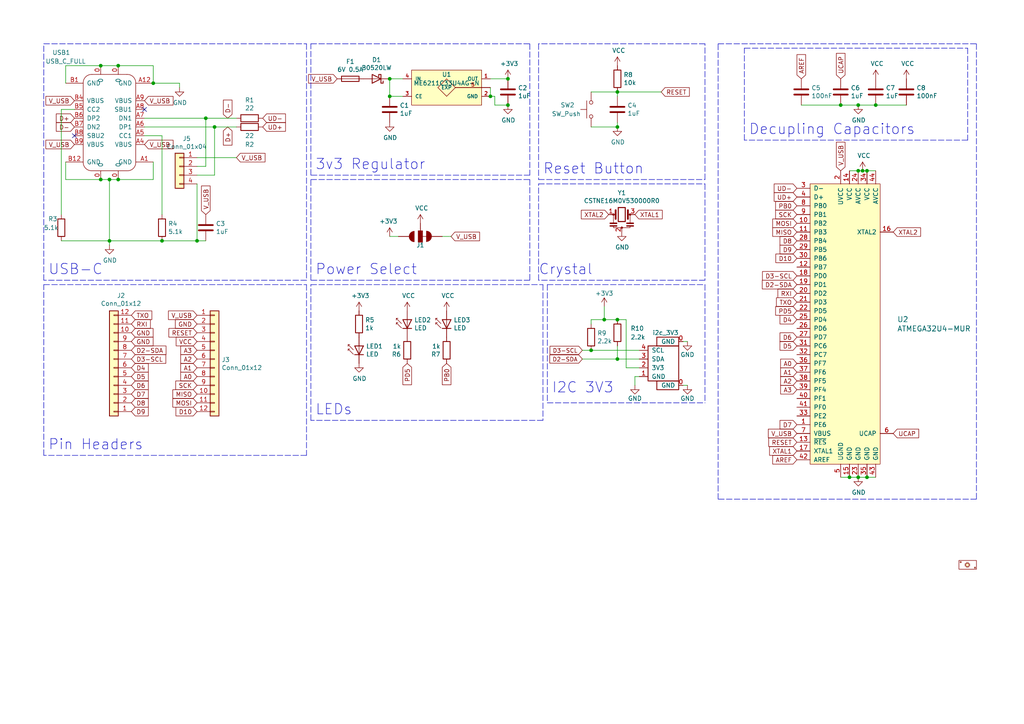
<source format=kicad_sch>
(kicad_sch (version 20211123) (generator eeschema)
  (paper "A4")
  (title_block (title "Jade Pro Micro") (date "2020-10-19") (rev "REV1") (company "GroundStudio.ro") (comment 1 "Schematic: VLAD") (comment 2 "Layout: BRUNO"))
  (lib_symbols
    (symbol "GS_Local:+3V3" (power) (pin_names (offset 0))
      (property "Value" "+3V3" (at 0 3.556 0))
      (symbol "+3V3_1_1"
        (pin power_in line (at 0 0 90) (length 0) hide (name "+3V3") (number "1"))
      )
    )
    (symbol "GS_Local:ATMEGA32U4-MUR" (pin_names (offset 1.016))
      (property "Reference" "U" (at -10.16 35.56 0))
      (property "Value" "ATMEGA32U4-MUR" (at 6.35 -3.81 90))
      (symbol "ATMEGA32U4-MUR_1_1"
        (pin bidirectional line (at -15.24 -35.56 0) (length 3.81) (name "PE6") (number "1"))
        (pin bidirectional line (at -15.24 22.86 0) (length 3.81) (name "PB2") (number "10"))
        (pin bidirectional line (at -15.24 20.32 0) (length 3.81) (name "PB3") (number "11"))
        (pin bidirectional line (at -15.24 10.16 0) (length 3.81) (name "PB7") (number "12"))
        (pin input line (at -15.24 -40.64 0) (length 3.81) (name "~{RES}") (number "13"))
        (pin power_in line (at 0 38.1 270) (length 3.81) (name "VCC") (number "14"))
        (pin power_in line (at 0 -50.8 90) (length 3.81) (name "GND") (number "15"))
        (pin output line (at 12.7 20.32 180) (length 3.81) (name "XTAL2") (number "16"))
        (pin input line (at -15.24 -43.18 0) (length 3.81) (name "XTAL1") (number "17"))
        (pin bidirectional line (at -15.24 7.62 0) (length 3.81) (name "PD0") (number "18"))
        (pin bidirectional line (at -15.24 5.08 0) (length 3.81) (name "PD1") (number "19"))
        (pin power_in line (at -2.54 38.1 270) (length 3.81) (name "UVCC") (number "2"))
        (pin bidirectional line (at -15.24 2.54 0) (length 3.81) (name "PD2") (number "20"))
        (pin bidirectional line (at -15.24 0 0) (length 3.81) (name "PD3") (number "21"))
        (pin bidirectional line (at -15.24 -2.54 0) (length 3.81) (name "PD5") (number "22"))
        (pin power_in line (at 2.54 -50.8 90) (length 3.81) (name "GND") (number "23"))
        (pin power_in line (at 2.54 38.1 270) (length 3.81) (name "AVCC") (number "24"))
        (pin bidirectional line (at -15.24 -5.08 0) (length 3.81) (name "PD4") (number "25"))
        (pin bidirectional line (at -15.24 -7.62 0) (length 3.81) (name "PD6") (number "26"))
        (pin bidirectional line (at -15.24 -10.16 0) (length 3.81) (name "PD7") (number "27"))
        (pin bidirectional line (at -15.24 17.78 0) (length 3.81) (name "PB4") (number "28"))
        (pin bidirectional line (at -15.24 15.24 0) (length 3.81) (name "PB5") (number "29"))
        (pin bidirectional line (at -15.24 33.02 0) (length 3.81) (name "D-") (number "3"))
        (pin bidirectional line (at -15.24 12.7 0) (length 3.81) (name "PB6") (number "30"))
        (pin bidirectional line (at -15.24 -12.7 0) (length 3.81) (name "PC6") (number "31"))
        (pin bidirectional line (at -15.24 -15.24 0) (length 3.81) (name "PC7") (number "32"))
        (pin bidirectional line (at -15.24 -33.02 0) (length 3.81) (name "PE2") (number "33"))
        (pin power_in line (at 5.08 38.1 270) (length 3.81) (name "VCC") (number "34"))
        (pin power_in line (at 5.08 -50.8 90) (length 3.81) (name "GND") (number "35"))
        (pin bidirectional line (at -15.24 -17.78 0) (length 3.81) (name "PF7") (number "36"))
        (pin bidirectional line (at -15.24 -20.32 0) (length 3.81) (name "PF6") (number "37"))
        (pin bidirectional line (at -15.24 -22.86 0) (length 3.81) (name "PF5") (number "38"))
        (pin bidirectional line (at -15.24 -25.4 0) (length 3.81) (name "PF4") (number "39"))
        (pin bidirectional line (at -15.24 30.48 0) (length 3.81) (name "D+") (number "4"))
        (pin bidirectional line (at -15.24 -27.94 0) (length 3.81) (name "PF1") (number "40"))
        (pin bidirectional line (at -15.24 -30.48 0) (length 3.81) (name "PF0") (number "41"))
        (pin input line (at -15.24 -45.72 0) (length 3.81) (name "AREF") (number "42"))
        (pin power_in line (at 7.62 -50.8 90) (length 3.81) (name "GND") (number "43"))
        (pin power_in line (at 7.62 38.1 270) (length 3.81) (name "AVCC") (number "44"))
        (pin power_in line (at -2.54 -50.8 90) (length 3.81) (name "UGND") (number "5"))
        (pin unspecified line (at 12.7 -38.1 180) (length 3.81) (name "UCAP") (number "6"))
        (pin input line (at -15.24 -38.1 0) (length 3.81) (name "VBUS") (number "7"))
        (pin bidirectional line (at -15.24 27.94 0) (length 3.81) (name "PB0") (number "8"))
        (pin bidirectional line (at -15.24 25.4 0) (length 3.81) (name "PB1") (number "9"))
      )
    )
    (symbol "GS_Local:C" (pin_numbers hide) (pin_names (offset 0.254))
      (property "Reference" "C" (at 0.635 2.54 0))
      (property "Value" "C" (at 0.635 -2.54 0))
      (symbol "C_1_1"
        (pin passive line (at 0 3.81 270) (length 2.794) (name "~") (number "1"))
        (pin passive line (at 0 -3.81 90) (length 2.794) (name "~") (number "2"))
      )
    )
    (symbol "GS_Local:CSTNE16M0V530000R0" (pin_names (offset 1.016) hide)
      (property "Reference" "Y" (at 0 5.715 0))
      (property "Value" "CSTNE16M0V530000R0" (at 0 3.81 0))
      (symbol "CSTNE16M0V530000R0_1_1"
        (pin passive line (at -3.81 0 0) (length 1.27) (name "1") (number "1"))
        (pin passive line (at 0 -5.08 90) (length 1.27) (name "2") (number "2"))
        (pin passive line (at 3.81 0 180) (length 1.27) (name "3") (number "3"))
      )
    )
    (symbol "GS_Local:Conn_01x04" (pin_names (offset 1.016) hide)
      (property "Reference" "J" (at 0 5.08 0))
      (property "Value" "Conn_01x04" (at 0 -7.62 0))
      (symbol "Conn_01x04_1_1"
        (pin passive line (at -5.08 2.54 0) (length 3.81) (name "Pin_1") (number "1"))
        (pin passive line (at -5.08 0 0) (length 3.81) (name "Pin_2") (number "2"))
        (pin passive line (at -5.08 -2.54 0) (length 3.81) (name "Pin_3") (number "3"))
        (pin passive line (at -5.08 -5.08 0) (length 3.81) (name "Pin_4") (number "4"))
      )
    )
    (symbol "GS_Local:Conn_01x12" (pin_names (offset 1.016) hide)
      (property "Reference" "J" (at 0 15.24 0))
      (property "Value" "Conn_01x12" (at 0 -17.78 0))
      (symbol "Conn_01x12_1_1"
        (pin passive line (at -5.08 12.7 0) (length 3.81) (name "Pin_1") (number "1"))
        (pin passive line (at -5.08 -10.16 0) (length 3.81) (name "Pin_10") (number "10"))
        (pin passive line (at -5.08 -12.7 0) (length 3.81) (name "Pin_11") (number "11"))
        (pin passive line (at -5.08 -15.24 0) (length 3.81) (name "Pin_12") (number "12"))
        (pin passive line (at -5.08 10.16 0) (length 3.81) (name "Pin_2") (number "2"))
        (pin passive line (at -5.08 7.62 0) (length 3.81) (name "Pin_3") (number "3"))
        (pin passive line (at -5.08 5.08 0) (length 3.81) (name "Pin_4") (number "4"))
        (pin passive line (at -5.08 2.54 0) (length 3.81) (name "Pin_5") (number "5"))
        (pin passive line (at -5.08 0 0) (length 3.81) (name "Pin_6") (number "6"))
        (pin passive line (at -5.08 -2.54 0) (length 3.81) (name "Pin_7") (number "7"))
        (pin passive line (at -5.08 -5.08 0) (length 3.81) (name "Pin_8") (number "8"))
        (pin passive line (at -5.08 -7.62 0) (length 3.81) (name "Pin_9") (number "9"))
      )
    )
    (symbol "GS_Local:DY-IR333C-A" (pin_numbers hide) (pin_names (offset 1.016) hide)
      (property "Reference" "D" (at 0.508 1.778 0))
      (property "Value" "DY-IR333C-A" (at -1.016 -2.794 0))
      (symbol "DY-IR333C-A_1_1"
        (pin passive line (at -5.08 0 0) (length 2.54) (name "K") (number "1"))
        (pin passive line (at 2.54 0 180) (length 2.54) (name "A") (number "2"))
      )
    )
    (symbol "GS_Local:D_Schottky" (pin_numbers hide) (pin_names (offset 1.016) hide)
      (property "Reference" "D" (at 0 2.54 0))
      (property "Value" "D_Schottky" (at 0 -2.54 0))
      (symbol "D_Schottky_1_1"
        (pin passive line (at -3.81 0 0) (length 2.54) (name "K") (number "1"))
        (pin passive line (at 3.81 0 180) (length 2.54) (name "A") (number "2"))
      )
    )
    (symbol "GS_Local:Fuse" (pin_numbers hide) (pin_names (offset 0))
      (property "Reference" "F" (at 2.032 0 90))
      (property "Value" "Fuse" (at -1.905 0 90))
      (symbol "Fuse_1_1"
        (pin passive line (at 0 3.81 270) (length 1.27) (name "~") (number "1"))
        (pin passive line (at 0 -3.81 90) (length 1.27) (name "~") (number "2"))
      )
    )
    (symbol "GS_Local:GND" (power) (pin_names (offset 0))
      (property "Value" "GND" (at 0 -3.81 0))
      (symbol "GND_1_1"
        (pin power_in line (at 0 0 270) (length 0) hide (name "GND") (number "1"))
      )
    )
    (symbol "GS_Local:ME6211C33U4AG-N" (pin_names (offset 1.016))
      (property "Reference" "REG" (at -8.89 8.89 0))
      (property "Value" "ME6211C33U4AG-N" (at -8.89 -5.08 0))
      (symbol "ME6211C33U4AG-N_0_0"
        (pin power_out line (at 12.7 5.08 180) (length 2.54) (name "OUT") (number "1"))
        (pin power_in line (at 12.7 0 180) (length 2.54) (name "GND") (number "2"))
        (pin power_in line (at -12.7 0 0) (length 2.54) (name "CE") (number "3"))
        (pin power_in line (at -12.7 5.08 0) (length 2.54) (name "IN") (number "4"))
        (pin power_out line (at 12.7 2.54 180) (length 10.16) (name "EXP") (number "5"))
      )
    )
    (symbol "GS_Local:PCB" (pin_names (offset 1.016)))
    (symbol "GS_Local:R" (pin_numbers hide) (pin_names (offset 0))
      (property "Reference" "R" (at 2.032 0 90))
      (property "Value" "R" (at 0 0 90))
      (symbol "R_1_1"
        (pin passive line (at 0 3.81 270) (length 1.27) (name "~") (number "1"))
        (pin passive line (at 0 -3.81 90) (length 1.27) (name "~") (number "2"))
      )
    )
    (symbol "GS_Local:SW_Push" (pin_numbers hide) (pin_names (offset 1.016) hide)
      (property "Reference" "SW" (at 1.27 2.54 0))
      (property "Value" "SW_Push" (at 0 -1.524 0))
      (symbol "SW_Push_0_1"
        (pin passive line (at -5.08 0 0) (length 2.54) (name "1") (number "1"))
        (pin passive line (at 5.08 0 180) (length 2.54) (name "2") (number "2"))
      )
    )
    (symbol "GS_Local:SolderJumper_DUAL_NC_1-3" (pin_numbers hide) (pin_names (offset 0) hide)
      (property "Reference" "J" (at 0 10.16 0))
      (property "Value" "SolderJumper_DUAL_NC_1-3" (at 2.54 0 90))
      (symbol "SolderJumper_DUAL_NC_1-3_1_1"
        (pin passive line (at 0 6.35 270) (length 2.9972) (name "1") (number "1"))
        (pin passive line (at 0 -6.35 90) (length 2.9972) (name "2") (number "2"))
        (pin passive line (at -3.81 0 0) (length 2.54) (name "3") (number "3"))
      )
    )
    (symbol "GS_Local:USB_C_FULL" (pin_names (offset 1.016))
      (property "Reference" "USB" (at 5.5118 -16.7386 0))
      (symbol "USB_C_FULL_1_1"
        (pin passive line (at -2.54 -17.78 90) (length 2.54) (name "0") (number "0"))
        (pin passive line (at -2.54 15.24 270) (length 2.54) (name "0") (number "0"))
        (pin passive line (at 2.54 -17.78 90) (length 2.54) (name "0") (number "0"))
        (pin passive line (at 2.54 15.24 270) (length 2.54) (name "0") (number "0"))
        (pin power_in line (at 12.7 -12.7 180) (length 5.08) (name "GND") (number "A1"))
        (pin power_in line (at 12.7 10.16 180) (length 5.08) (name "GND") (number "A12"))
        (pin power_in line (at 10.16 -7.62 180) (length 2.54) (name "VBUS") (number "A4"))
        (pin bidirectional line (at 10.16 -5.08 180) (length 2.54) (name "CC1") (number "A5"))
        (pin bidirectional line (at 10.16 -2.54 180) (length 2.54) (name "DP1") (number "A6"))
        (pin bidirectional line (at 10.16 0 180) (length 2.54) (name "DN1") (number "A7"))
        (pin bidirectional line (at 10.16 2.54 180) (length 2.54) (name "SBU1") (number "A8"))
        (pin power_in line (at 10.16 5.08 180) (length 2.54) (name "VBUS") (number "A9"))
        (pin power_in line (at -12.7 10.16 0) (length 5.08) (name "GND") (number "B1"))
        (pin power_in line (at -12.7 -12.7 0) (length 5.08) (name "GND") (number "B12"))
        (pin power_in line (at -10.16 5.08 0) (length 2.54) (name "VBUS") (number "B4"))
        (pin bidirectional line (at -10.16 2.54 0) (length 2.54) (name "CC2") (number "B5"))
        (pin bidirectional line (at -10.16 0 0) (length 2.54) (name "DP2") (number "B6"))
        (pin bidirectional line (at -10.16 -2.54 0) (length 2.54) (name "DN2") (number "B7"))
        (pin bidirectional line (at -10.16 -5.08 0) (length 2.54) (name "SBU2") (number "B8"))
        (pin power_in line (at -10.16 -7.62 0) (length 2.54) (name "VBUS") (number "B9"))
      )
    )
    (symbol "GS_Local:VCC" (power) (pin_names (offset 0))
      (property "Value" "VCC" (at 0 3.81 0))
      (symbol "VCC_1_1"
        (pin power_in line (at 0 0 90) (length 0) hide (name "VCC") (number "1"))
      )
    )
    (symbol "GS_Local:i2c_3V3" (pin_names (offset 1.016))
      (property "Value" "i2c_3V3" (at -6.35 7.62 0))
      (symbol "i2c_3V3_1_1"
        (pin input line (at 6.35 -6.35 180) (length 1.27) (name "GND") (number "0"))
        (pin input line (at 6.35 6.35 180) (length 1.27) (name "GND") (number "0"))
        (pin power_in line (at -6.35 -3.81 0) (length 2.54) (name "GND") (number "1"))
        (pin power_in line (at -6.35 -1.27 0) (length 2.54) (name "3V3") (number "2"))
        (pin bidirectional line (at -6.35 1.27 0) (length 2.54) (name "SDA") (number "3"))
        (pin bidirectional line (at -6.35 3.81 0) (length 2.54) (name "SCL") (number "4"))
      )
    )
  )
  (junction (at 113.03 27.94))
  (junction (at 147.32 22.86))
  (junction (at 34.29 52.07))
  (junction (at 29.21 52.07))
  (junction (at 113.03 22.86))
  (junction (at 34.29 19.05))
  (junction (at 31.75 69.85))
  (junction (at 250.19 49.53))
  (junction (at 248.92 30.48))
  (junction (at 246.38 138.43))
  (junction (at 179.07 36.83))
  (junction (at 31.75 52.07))
  (junction (at 29.21 19.05))
  (junction (at 254 30.48))
  (junction (at 179.07 92.71))
  (junction (at 44.45 24.13))
  (junction (at 248.92 49.53))
  (junction (at 171.45 101.6))
  (junction (at 175.26 92.71))
  (junction (at 62.23 36.83))
  (junction (at 179.07 26.67))
  (junction (at 248.92 138.43))
  (junction (at 243.84 30.48))
  (junction (at 59.69 34.29))
  (junction (at 251.46 49.53))
  (junction (at 251.46 138.43))
  (junction (at 147.32 30.48))
  (junction (at 46.99 69.85))
  (junction (at 142.24 27.94))
  (junction (at 179.07 104.14))
  (junction (at 57.15 69.85))
  (no_connect (at 21.59 39.37))
  (no_connect (at 41.91 31.75))
  (wire (pts (xy 171.45 92.71) (xy 175.26 92.71)))
  (wire (pts (xy 232.41 30.48) (xy 243.84 30.48)))
  (wire (pts (xy 251.46 49.53) (xy 254 49.53)))
  (wire (pts (xy 46.99 69.85) (xy 57.15 69.85)))
  (wire (pts (xy 29.21 52.07) (xy 31.75 52.07)))
  (wire (pts (xy 248.92 138.43) (xy 251.46 138.43)))
  (polyline (pts (xy 156.21 12.7) (xy 156.21 52.07)))
  (polyline (pts (xy 156.21 81.28) (xy 156.21 53.34)))
  (polyline (pts (xy 158.75 82.55) (xy 204.47 82.55)))
  (wire (pts (xy 250.19 49.53) (xy 251.46 49.53)))
  (wire (pts (xy 142.24 27.94) (xy 143.51 27.94)))
  (wire (pts (xy 62.23 36.83) (xy 68.58 36.83)))
  (polyline (pts (xy 12.7 12.7) (xy 88.9 12.7)))
  (wire (pts (xy 31.75 69.85) (xy 31.75 71.12)))
  (wire (pts (xy 143.51 30.48) (xy 147.32 30.48)))
  (wire (pts (xy 248.92 49.53) (xy 250.19 49.53)))
  (wire (pts (xy 44.45 19.05) (xy 44.45 24.13)))
  (wire (pts (xy 31.75 52.07) (xy 31.75 69.85)))
  (wire (pts (xy 57.15 50.8) (xy 62.23 50.8)))
  (wire (pts (xy 199.39 99.06) (xy 198.12 99.06)))
  (polyline (pts (xy 90.17 50.8) (xy 90.17 12.7)))
  (polyline (pts (xy 90.17 81.28) (xy 90.17 52.07)))
  (wire (pts (xy 57.15 48.26) (xy 59.69 48.26)))
  (wire (pts (xy 31.75 52.07) (xy 34.29 52.07)))
  (polyline (pts (xy 208.28 144.78) (xy 208.28 12.7)))
  (wire (pts (xy 44.45 46.99) (xy 44.45 52.07)))
  (wire (pts (xy 57.15 53.34) (xy 57.15 69.85)))
  (polyline (pts (xy 208.28 12.7) (xy 283.21 12.7)))
  (wire (pts (xy 46.99 39.37) (xy 46.99 62.23)))
  (polyline (pts (xy 204.47 52.07) (xy 204.47 12.7)))
  (wire (pts (xy 142.24 22.86) (xy 147.32 22.86)))
  (polyline (pts (xy 90.17 82.55) (xy 157.48 82.55)))
  (polyline (pts (xy 204.47 12.7) (xy 156.21 12.7)))
  (polyline (pts (xy 90.17 121.92) (xy 90.17 82.55)))
  (wire (pts (xy 34.29 19.05) (xy 44.45 19.05)))
  (wire (pts (xy 184.15 111.76) (xy 184.15 109.22)))
  (wire (pts (xy 171.45 36.83) (xy 179.07 36.83)))
  (polyline (pts (xy 153.67 12.7) (xy 153.67 50.8)))
  (wire (pts (xy 171.45 93.98) (xy 171.45 92.71)))
  (wire (pts (xy 116.84 27.94) (xy 113.03 27.94)))
  (wire (pts (xy 113.03 68.58) (xy 115.57 68.58)))
  (wire (pts (xy 254 30.48) (xy 262.89 30.48)))
  (polyline (pts (xy 280.67 13.97) (xy 280.67 40.64)))
  (wire (pts (xy 113.03 22.86) (xy 116.84 22.86)))
  (wire (pts (xy 128.27 68.58) (xy 130.81 68.58)))
  (polyline (pts (xy 12.7 82.55) (xy 88.9 82.55)))
  (wire (pts (xy 59.69 34.29) (xy 68.58 34.29)))
  (polyline (pts (xy 156.21 52.07) (xy 204.47 52.07)))
  (polyline (pts (xy 204.47 81.28) (xy 156.21 81.28)))
  (wire (pts (xy 181.61 106.68) (xy 181.61 92.71)))
  (polyline (pts (xy 157.48 121.92) (xy 90.17 121.92)))
  (wire (pts (xy 62.23 50.8) (xy 62.23 36.83)))
  (wire (pts (xy 185.42 106.68) (xy 181.61 106.68)))
  (polyline (pts (xy 158.75 116.84) (xy 204.47 116.84)))
  (wire (pts (xy 19.05 46.99) (xy 19.05 52.07)))
  (wire (pts (xy 19.05 52.07) (xy 29.21 52.07)))
  (wire (pts (xy 41.91 34.29) (xy 59.69 34.29)))
  (polyline (pts (xy 156.21 53.34) (xy 204.47 53.34)))
  (wire (pts (xy 41.91 36.83) (xy 62.23 36.83)))
  (wire (pts (xy 248.92 30.48) (xy 254 30.48)))
  (polyline (pts (xy 280.67 40.64) (xy 215.9 40.64)))
  (wire (pts (xy 168.91 101.6) (xy 171.45 101.6)))
  (wire (pts (xy 44.45 24.13) (xy 52.07 24.13)))
  (polyline (pts (xy 90.17 52.07) (xy 153.67 52.07)))
  (wire (pts (xy 171.45 101.6) (xy 185.42 101.6)))
  (wire (pts (xy 17.78 69.85) (xy 31.75 69.85)))
  (polyline (pts (xy 158.75 82.55) (xy 158.75 116.84)))
  (polyline (pts (xy 12.7 81.28) (xy 12.7 12.7)))
  (wire (pts (xy 168.91 104.14) (xy 179.07 104.14)))
  (wire (pts (xy 184.15 109.22) (xy 185.42 109.22)))
  (wire (pts (xy 19.05 19.05) (xy 29.21 19.05)))
  (wire (pts (xy 171.45 26.67) (xy 179.07 26.67)))
  (wire (pts (xy 179.07 26.67) (xy 191.77 26.67)))
  (polyline (pts (xy 157.48 82.55) (xy 157.48 121.92)))
  (polyline (pts (xy 283.21 144.78) (xy 208.28 144.78)))
  (wire (pts (xy 251.46 138.43) (xy 254 138.43)))
  (wire (pts (xy 175.26 88.9) (xy 175.26 92.71)))
  (polyline (pts (xy 12.7 132.08) (xy 12.7 82.55)))
  (wire (pts (xy 243.84 138.43) (xy 246.38 138.43)))
  (polyline (pts (xy 90.17 12.7) (xy 153.67 12.7)))
  (wire (pts (xy 21.59 31.75) (xy 17.78 31.75)))
  (wire (pts (xy 179.07 104.14) (xy 185.42 104.14)))
  (polyline (pts (xy 88.9 132.08) (xy 12.7 132.08)))
  (wire (pts (xy 34.29 52.07) (xy 44.45 52.07)))
  (wire (pts (xy 57.15 69.85) (xy 59.69 69.85)))
  (wire (pts (xy 243.84 30.48) (xy 248.92 30.48)))
  (polyline (pts (xy 153.67 50.8) (xy 90.17 50.8)))
  (wire (pts (xy 57.15 45.72) (xy 68.58 45.72)))
  (wire (pts (xy 179.07 92.71) (xy 175.26 92.71)))
  (polyline (pts (xy 153.67 81.28) (xy 90.17 81.28)))
  (wire (pts (xy 142.24 25.4) (xy 142.24 27.94)))
  (wire (pts (xy 179.07 27.94) (xy 179.07 26.67)))
  (polyline (pts (xy 215.9 40.64) (xy 215.9 13.97)))
  (polyline (pts (xy 88.9 81.28) (xy 12.7 81.28)))
  (polyline (pts (xy 204.47 53.34) (xy 204.47 81.28)))
  (wire (pts (xy 59.69 48.26) (xy 59.69 34.29)))
  (polyline (pts (xy 283.21 12.7) (xy 283.21 144.78)))
  (wire (pts (xy 52.07 24.13) (xy 52.07 25.4)))
  (wire (pts (xy 246.38 138.43) (xy 248.92 138.43)))
  (wire (pts (xy 199.39 111.76) (xy 198.12 111.76)))
  (wire (pts (xy 113.03 22.86) (xy 113.03 27.94)))
  (polyline (pts (xy 88.9 12.7) (xy 88.9 81.28)))
  (polyline (pts (xy 204.47 82.55) (xy 204.47 116.84)))
  (wire (pts (xy 17.78 31.75) (xy 17.78 62.23)))
  (polyline (pts (xy 215.9 13.97) (xy 280.67 13.97)))
  (wire (pts (xy 143.51 27.94) (xy 143.51 30.48)))
  (polyline (pts (xy 88.9 82.55) (xy 88.9 132.08)))
  (wire (pts (xy 29.21 19.05) (xy 34.29 19.05)))
  (wire (pts (xy 246.38 49.53) (xy 248.92 49.53)))
  (wire (pts (xy 41.91 39.37) (xy 46.99 39.37)))
  (wire (pts (xy 181.61 92.71) (xy 179.07 92.71)))
  (wire (pts (xy 179.07 35.56) (xy 179.07 36.83)))
  (wire (pts (xy 179.07 100.33) (xy 179.07 104.14)))
  (polyline (pts (xy 153.67 52.07) (xy 153.67 81.28)))
  (wire (pts (xy 19.05 24.13) (xy 19.05 19.05)))
  (wire (pts (xy 31.75 69.85) (xy 46.99 69.85)))
  (text "Crystal" (at 156.21 80.01 0) (effects (font (size 2.9972 2.9972)) (justify left bottom)))
  (text "3v3 Regulator" (at 91.44 49.53 0) (effects (font (size 2.9972 2.9972)) (justify left bottom)))
  (text "Decupling Capacitors" (at 217.17 39.37 0) (effects (font (size 2.9972 2.9972)) (justify left bottom)))
  (text "Reset Button" (at 157.48 50.8 0) (effects (font (size 2.9972 2.9972)) (justify left bottom)))
  (text "I2C 3V3" (at 160.02 114.3 0) (effects (font (size 2.9972 2.9972)) (justify left bottom)))
  (text "Power Select" (at 91.44 80.01 0) (effects (font (size 2.9972 2.9972)) (justify left bottom)))
  (text "USB-C" (at 13.97 80.01 0) (effects (font (size 2.9972 2.9972)) (justify left bottom)))
  (text "Pin Headers" (at 13.97 130.81 0) (effects (font (size 2.9972 2.9972)) (justify left bottom)))
  (text "LEDs" (at 91.44 120.65 0) (effects (font (size 2.9972 2.9972)) (justify left bottom)))
  (global_label "PD5" (shape input) (at 231.14 90.17 180) (property "Intersheet References" "${INTERSHEET_REFS}" (effects hide)))
  (global_label "D2-SDA" (shape input) (at 38.1 101.6 0) (property "Intersheet References" "${INTERSHEET_REFS}" (effects hide)))
  (global_label "A1" (shape input) (at 231.14 107.95 180) (property "Intersheet References" "${INTERSHEET_REFS}" (effects hide)))
  (global_label "PB0" (shape input) (at 231.14 59.69 180) (property "Intersheet References" "${INTERSHEET_REFS}" (effects hide)))
  (global_label "A2" (shape input) (at 57.15 104.14 180) (property "Intersheet References" "${INTERSHEET_REFS}" (effects hide)))
  (global_label "D3-SCL" (shape input) (at 168.91 101.6 180) (effects (font (size 1.1938 1.1938))) (property "Intersheet References" "${INTERSHEET_REFS}" (effects hide)))
  (global_label "MISO" (shape input) (at 231.14 67.31 180) (property "Intersheet References" "${INTERSHEET_REFS}" (effects hide)))
  (global_label "A0" (shape input) (at 57.15 109.22 180) (property "Intersheet References" "${INTERSHEET_REFS}" (effects hide)))
  (global_label "XTAL2" (shape input) (at 176.53 62.23 180) (property "Intersheet References" "${INTERSHEET_REFS}" (effects hide)))
  (global_label "D5" (shape input) (at 231.14 100.33 180) (property "Intersheet References" "${INTERSHEET_REFS}" (effects hide)))
  (global_label "RESET" (shape input) (at 231.14 128.27 180) (property "Intersheet References" "${INTERSHEET_REFS}" (effects hide)))
  (global_label "TXO" (shape input) (at 38.1 91.44 0) (property "Intersheet References" "${INTERSHEET_REFS}" (effects hide)))
  (global_label "D+" (shape input) (at 66.04 36.83 270) (property "Intersheet References" "${INTERSHEET_REFS}" (effects hide)))
  (global_label "D-" (shape input) (at 21.59 36.83 180) (property "Intersheet References" "${INTERSHEET_REFS}" (effects hide)))
  (global_label "AREF" (shape input) (at 231.14 133.35 180) (property "Intersheet References" "${INTERSHEET_REFS}" (effects hide)))
  (global_label "D2-SDA" (shape input) (at 231.14 82.55 180) (property "Intersheet References" "${INTERSHEET_REFS}" (effects hide)))
  (global_label "D10" (shape input) (at 231.14 74.93 180) (property "Intersheet References" "${INTERSHEET_REFS}" (effects hide)))
  (global_label "V_USB" (shape input) (at 41.91 29.21 0) (property "Intersheet References" "${INTERSHEET_REFS}" (effects hide)))
  (global_label "UCAP" (shape input) (at 243.84 22.86 90) (property "Intersheet References" "${INTERSHEET_REFS}" (effects hide)))
  (global_label "RXI" (shape input) (at 231.14 85.09 180) (property "Intersheet References" "${INTERSHEET_REFS}" (effects hide)))
  (global_label "D6" (shape input) (at 38.1 111.76 0) (property "Intersheet References" "${INTERSHEET_REFS}" (effects hide)))
  (global_label "D+" (shape input) (at 21.59 34.29 180) (property "Intersheet References" "${INTERSHEET_REFS}" (effects hide)))
  (global_label "V_USB" (shape input) (at 97.79 22.86 180) (property "Intersheet References" "${INTERSHEET_REFS}" (effects hide)))
  (global_label "MOSI" (shape input) (at 57.15 116.84 180) (property "Intersheet References" "${INTERSHEET_REFS}" (effects hide)))
  (global_label "A3" (shape input) (at 57.15 101.6 180) (property "Intersheet References" "${INTERSHEET_REFS}" (effects hide)))
  (global_label "D6" (shape input) (at 231.14 97.79 180) (property "Intersheet References" "${INTERSHEET_REFS}" (effects hide)))
  (global_label "AREF" (shape input) (at 232.41 22.86 90) (property "Intersheet References" "${INTERSHEET_REFS}" (effects hide)))
  (global_label "UCAP" (shape input) (at 259.08 125.73 0) (property "Intersheet References" "${INTERSHEET_REFS}" (effects hide)))
  (global_label "V_USB" (shape input) (at 57.15 91.44 180) (property "Intersheet References" "${INTERSHEET_REFS}" (effects hide)))
  (global_label "D7" (shape input) (at 38.1 114.3 0) (property "Intersheet References" "${INTERSHEET_REFS}" (effects hide)))
  (global_label "D3-SCL" (shape input) (at 38.1 104.14 0) (property "Intersheet References" "${INTERSHEET_REFS}" (effects hide)))
  (global_label "RXI" (shape input) (at 38.1 93.98 0) (property "Intersheet References" "${INTERSHEET_REFS}" (effects hide)))
  (global_label "V_USB" (shape input) (at 21.59 29.21 180) (property "Intersheet References" "${INTERSHEET_REFS}" (effects hide)))
  (global_label "A0" (shape input) (at 231.14 105.41 180) (property "Intersheet References" "${INTERSHEET_REFS}" (effects hide)))
  (global_label "GND" (shape input) (at 38.1 96.52 0) (property "Intersheet References" "${INTERSHEET_REFS}" (effects hide)))
  (global_label "XTAL1" (shape input) (at 231.14 130.81 180) (property "Intersheet References" "${INTERSHEET_REFS}" (effects hide)))
  (global_label "D9" (shape input) (at 38.1 119.38 0) (property "Intersheet References" "${INTERSHEET_REFS}" (effects hide)))
  (global_label "V_USB" (shape input) (at 41.91 41.91 0) (property "Intersheet References" "${INTERSHEET_REFS}" (effects hide)))
  (global_label "A3" (shape input) (at 231.14 113.03 180) (property "Intersheet References" "${INTERSHEET_REFS}" (effects hide)))
  (global_label "D7" (shape input) (at 231.14 123.19 180) (property "Intersheet References" "${INTERSHEET_REFS}" (effects hide)))
  (global_label "D8" (shape input) (at 38.1 116.84 0) (property "Intersheet References" "${INTERSHEET_REFS}" (effects hide)))
  (global_label "D4" (shape input) (at 231.14 92.71 180) (property "Intersheet References" "${INTERSHEET_REFS}" (effects hide)))
  (global_label "GND" (shape input) (at 57.15 93.98 180) (property "Intersheet References" "${INTERSHEET_REFS}" (effects hide)))
  (global_label "V_USB" (shape input) (at 21.59 41.91 180) (property "Intersheet References" "${INTERSHEET_REFS}" (effects hide)))
  (global_label "TXO" (shape input) (at 231.14 87.63 180) (property "Intersheet References" "${INTERSHEET_REFS}" (effects hide)))
  (global_label "D-" (shape input) (at 66.04 34.29 90) (property "Intersheet References" "${INTERSHEET_REFS}" (effects hide)))
  (global_label "D4" (shape input) (at 38.1 106.68 0) (property "Intersheet References" "${INTERSHEET_REFS}" (effects hide)))
  (global_label "A1" (shape input) (at 57.15 106.68 180) (property "Intersheet References" "${INTERSHEET_REFS}" (effects hide)))
  (global_label "D8" (shape input) (at 231.14 69.85 180) (property "Intersheet References" "${INTERSHEET_REFS}" (effects hide)))
  (global_label "D3-SCL" (shape input) (at 231.14 80.01 180) (property "Intersheet References" "${INTERSHEET_REFS}" (effects hide)))
  (global_label "GND" (shape input) (at 38.1 99.06 0) (property "Intersheet References" "${INTERSHEET_REFS}" (effects hide)))
  (global_label "RESET" (shape input) (at 57.15 96.52 180) (property "Intersheet References" "${INTERSHEET_REFS}" (effects hide)))
  (global_label "A2" (shape input) (at 231.14 110.49 180) (property "Intersheet References" "${INTERSHEET_REFS}" (effects hide)))
  (global_label "XTAL1" (shape input) (at 184.15 62.23 0) (property "Intersheet References" "${INTERSHEET_REFS}" (effects hide)))
  (global_label "VCC" (shape input) (at 57.15 99.06 180) (property "Intersheet References" "${INTERSHEET_REFS}" (effects hide)))
  (global_label "PD5" (shape input) (at 118.11 105.41 270) (property "Intersheet References" "${INTERSHEET_REFS}" (effects hide)))
  (global_label "SCK" (shape input) (at 231.14 62.23 180) (property "Intersheet References" "${INTERSHEET_REFS}" (effects hide)))
  (global_label "RESET" (shape input) (at 191.77 26.67 0) (property "Intersheet References" "${INTERSHEET_REFS}" (effects hide)))
  (global_label "MISO" (shape input) (at 57.15 114.3 180) (property "Intersheet References" "${INTERSHEET_REFS}" (effects hide)))
  (global_label "V_USB" (shape input) (at 130.81 68.58 0) (property "Intersheet References" "${INTERSHEET_REFS}" (effects hide)))
  (global_label "V_USB" (shape input) (at 68.58 45.72 0) (property "Intersheet References" "${INTERSHEET_REFS}" (effects hide)))
  (global_label "UD+" (shape input) (at 231.14 57.15 180) (property "Intersheet References" "${INTERSHEET_REFS}" (effects hide)))
  (global_label "D2-SDA" (shape input) (at 168.91 104.14 180) (effects (font (size 1.1938 1.1938))) (property "Intersheet References" "${INTERSHEET_REFS}" (effects hide)))
  (global_label "XTAL2" (shape input) (at 259.08 67.31 0) (property "Intersheet References" "${INTERSHEET_REFS}" (effects hide)))
  (global_label "D5" (shape input) (at 38.1 109.22 0) (property "Intersheet References" "${INTERSHEET_REFS}" (effects hide)))
  (global_label "UD-" (shape input) (at 76.2 34.29 0) (property "Intersheet References" "${INTERSHEET_REFS}" (effects hide)))
  (global_label "PB0" (shape input) (at 129.54 105.41 270) (property "Intersheet References" "${INTERSHEET_REFS}" (effects hide)))
  (global_label "V_USB" (shape input) (at 231.14 125.73 180) (property "Intersheet References" "${INTERSHEET_REFS}" (effects hide)))
  (global_label "UD-" (shape input) (at 231.14 54.61 180) (property "Intersheet References" "${INTERSHEET_REFS}" (effects hide)))
  (global_label "UD+" (shape input) (at 76.2 36.83 0) (property "Intersheet References" "${INTERSHEET_REFS}" (effects hide)))
  (global_label "SCK" (shape input) (at 57.15 111.76 180) (property "Intersheet References" "${INTERSHEET_REFS}" (effects hide)))
  (global_label "D9" (shape input) (at 231.14 72.39 180) (property "Intersheet References" "${INTERSHEET_REFS}" (effects hide)))
  (global_label "V_USB" (shape input) (at 243.84 49.53 90) (property "Intersheet References" "${INTERSHEET_REFS}" (effects hide)))
  (global_label "V_USB" (shape input) (at 59.69 62.23 90) (property "Intersheet References" "${INTERSHEET_REFS}" (effects hide)))
  (global_label "D10" (shape input) (at 57.15 119.38 180) (property "Intersheet References" "${INTERSHEET_REFS}" (effects hide)))
  (global_label "MOSI" (shape input) (at 231.14 64.77 180) (property "Intersheet References" "${INTERSHEET_REFS}" (effects hide)))
  (symbol (lib_id "GS_Local:ATMEGA32U4-MUR") (at 246.38 87.63 0) (unit 1)
    (property "Reference" "U2" (at 260.1976 92.6338 0) (effects (font (size 1.524 1.524)) (justify left)))
    (property "Value" "ATMEGA32U4-MUR" (at 260.1976 95.3262 0) (effects (font (size 1.524 1.524)) (justify left)))
    (property "Footprint" "GS_Local:QFN-44-1EP_7x7mm_P0.5mm_EP5.15x5.15mm" (effects hide))
    (property "Datasheet" "http://ww1.microchip.com/downloads/en/DeviceDoc/Atmel-7766-8-bit-AVR-ATmega16U4-32U4_Summary.pdf" (effects hide))
    (property "MPN" "ATMEGA32U4-MUR" (effects hide))
    (property "LCSC" "C45874" (effects hide))
  )
  (symbol (lib_id "GS_Local:ME6211C33U4AG-N") (at 129.54 27.94 0) (unit 1)
    (property "Reference" "U1" (at 129.54 21.59 0))
    (property "Value" "ME6211C33U4AG-N" (at 129.54 24.13 0))
    (property "Footprint" "GS_Local:REG_NCP167BMX330TBG" (effects hide))
    (property "Datasheet" "https://datasheet.lcsc.com/szlcsc/2005081834_MICRONE-Nanjing-Micro-One-Elec-ME6211C33U4AG-N_C428904.pdf" (effects hide))
    (property "MPN" "ME6211C33U4AG-N" (effects hide))
    (property "LCSC" "C428904" (effects hide))
  )
  (symbol (lib_id "GS_Local:Conn_01x12") (at 33.02 106.68 180) (unit 1)
    (property "Reference" "J2" (at 35.1028 85.725 0))
    (property "Value" "Conn_01x12" (at 35.1028 88.0364 0))
    (property "Footprint" "GS_Local:PinHeader_1x12_P2.54mm_Vertical_Male" (effects hide))
    (property "Datasheet" "https://datasheet.lcsc.com/szlcsc/2010160505_CJT-Changjiang-Connectors-A2541WV-12P_C225487.pdf" (effects hide))
    (property "MPN" "A2541WV-12P" (effects hide))
    (property "LCSC" "C225487" (effects hide))
    (property "Decript" "Pin Header 12 1 Through Hole,P=2.54mm" (effects hide))
  )
  (symbol (lib_id "GS_Local:Conn_01x12") (at 62.23 104.14 0) (unit 1)
    (property "Reference" "J3" (at 64.262 104.3432 0) (effects (justify left)))
    (property "Value" "Conn_01x12" (at 64.262 106.6546 0) (effects (justify left)))
    (property "Footprint" "GS_Local:PinHeader_1x12_P2.54mm_Vertical_Male" (effects hide))
    (property "Datasheet" "https://datasheet.lcsc.com/szlcsc/2010160505_CJT-Changjiang-Connectors-A2541WV-12P_C225487.pdf" (effects hide))
    (property "MPN" "A2541WV-12P" (effects hide))
    (property "LCSC" "C225487" (effects hide))
    (property "Descript" "Pin Header 12 1 Through Hole,P=2.54mm" (effects hide))
  )
  (symbol (lib_id "GS_Local:R") (at 72.39 34.29 270) (unit 1)
    (property "Reference" "R1" (at 72.39 29.0322 90))
    (property "Value" "22" (at 72.39 31.3436 90))
    (property "Footprint" "GS_Local:R_0402_1005Metric" (effects hide))
    (property "Datasheet" "https://datasheet.lcsc.com/szlcsc/1811141622_FH-Guangdong-Fenghua-Advanced-Tech-RC-02W22R0FT_C304591.pdf" (effects hide))
    (property "MPN" "RC-02W22R0FT" (effects hide))
    (property "LCSC" "C304591" (effects hide))
    (property "Descript" "22Ω ±1% 1/16W ±200ppm/℃ 0402 Chip Resistor" (effects hide))
  )
  (symbol (lib_id "GS_Local:R") (at 72.39 36.83 270) (unit 1)
    (property "Reference" "R2" (at 72.39 41.91 90))
    (property "Value" "22" (at 72.39 39.37 90))
    (property "Footprint" "GS_Local:R_0402_1005Metric" (effects hide))
    (property "Datasheet" "https://datasheet.lcsc.com/szlcsc/1811141622_FH-Guangdong-Fenghua-Advanced-Tech-RC-02W22R0FT_C304591.pdf" (effects hide))
    (property "MPN" "RC-02W22R0FT" (effects hide))
    (property "LCSC" "C304591" (effects hide))
    (property "Descript" "22Ω ±1% 1/16W ±200ppm/℃ 0402 Chip Resistor" (effects hide))
  )
  (symbol (lib_id "GS_Local:GND") (at 31.75 71.12 0) (unit 1)
    (property "Reference" "#PWR0102" (effects hide))
    (property "Value" "GND" (at 31.877 75.5142 0))
  )
  (symbol (lib_id "GS_Local:R") (at 17.78 66.04 0) (unit 1)
    (property "Reference" "R3" (at 13.97 63.5 0) (effects (justify left)))
    (property "Value" "5.1k" (at 12.7 66.04 0) (effects (justify left)))
    (property "Footprint" "GS_Local:R_0402_1005Metric" (effects hide))
    (property "Datasheet" "https://datasheet.lcsc.com/szlcsc/1811141743_FH-Guangdong-Fenghua-Advanced-Tech-RC-02W5101FT_C294638.pdf" (effects hide))
    (property "MPN" "RC-02W5101FT" (effects hide))
    (property "LCSC" "C294638" (effects hide))
  )
  (symbol (lib_id "GS_Local:R") (at 46.99 66.04 0) (unit 1)
    (property "Reference" "R4" (at 48.768 64.8716 0) (effects (justify left)))
    (property "Value" "5.1k" (at 48.768 67.183 0) (effects (justify left)))
    (property "Footprint" "GS_Local:R_0402_1005Metric" (effects hide))
    (property "Datasheet" "https://datasheet.lcsc.com/szlcsc/1811141743_FH-Guangdong-Fenghua-Advanced-Tech-RC-02W5101FT_C294638.pdf" (effects hide))
    (property "MPN" "RC-02W5101FT" (effects hide))
    (property "LCSC" "C294638" (effects hide))
  )
  (symbol (lib_id "GS_Local:USB_C_FULL") (at 31.75 34.29 0) (unit 1)
    (property "Reference" "USB1" (at 17.78 15.24 0))
    (property "Value" "USB_C_FULL" (at 19.05 17.78 0))
    (property "Footprint" "GS_Local:USB_C_C167321" (effects hide))
    (property "Datasheet" "https://datasheet.lcsc.com/szlcsc/1811101520_Jing-Extension-of-the-Electronic-Co-C167321_C167321.pdf" (effects hide))
    (property "MPN" "918-418K2023S40001" (effects hide))
    (property "LCSC" "C167321" (effects hide))
  )
  (symbol (lib_id "GS_Local:C") (at 113.03 31.75 0) (unit 1)
    (property "Reference" "C1" (at 115.951 30.5816 0) (effects (justify left)))
    (property "Value" "1uF" (at 115.951 32.893 0) (effects (justify left)))
    (property "Footprint" "GS_Local:C_0402_1005Metric" (effects hide))
    (property "Datasheet" "https://datasheet.lcsc.com/szlcsc/2005061106_PSA-Prosperity-Dielectrics-FS15B105K100PKG_C525324.pdf" (effects hide))
    (property "MPN" "FS15B105K100PKG" (effects hide))
    (property "LCSC" "C525324" (effects hide))
    (property "Descript" "1uF ±10% 10V X5R 0402 Multilayer Ceramic Capacitors" (effects hide))
  )
  (symbol (lib_id "GS_Local:C") (at 147.32 26.67 0) (unit 1)
    (property "Reference" "C2" (at 150.241 25.5016 0) (effects (justify left)))
    (property "Value" "1uF" (at 150.241 27.813 0) (effects (justify left)))
    (property "Footprint" "GS_Local:C_0402_1005Metric" (effects hide))
    (property "Datasheet" "https://datasheet.lcsc.com/szlcsc/2005061106_PSA-Prosperity-Dielectrics-FS15B105K100PKG_C525324.pdf" (effects hide))
    (property "MPN" "FS15B105K100PKG" (effects hide))
    (property "LCSC" "C525324" (effects hide))
    (property "Descript" "1uF ±10% 10V X5R 0402 Multilayer Ceramic Capacitors" (effects hide))
  )
  (symbol (lib_id "GS_Local:GND") (at 147.32 30.48 0) (unit 1)
    (property "Reference" "#PWR0103" (effects hide))
    (property "Value" "GND" (at 147.447 34.8742 0))
  )
  (symbol (lib_id "GS_Local:GND") (at 113.03 35.56 0) (unit 1)
    (property "Reference" "#PWR0104" (effects hide))
    (property "Value" "GND" (at 113.157 39.9542 0))
  )
  (symbol (lib_id "GS_Local:DY-IR333C-A") (at 104.14 100.33 90) (unit 1)
    (property "Reference" "LED1" (at 106.172 100.4316 90) (effects (justify right)))
    (property "Value" "LED" (at 106.172 102.743 90) (effects (justify right)))
    (property "Footprint" "GS_Local:LED_0402_1005Metric" (effects hide))
    (property "Datasheet" "https://datasheet.lcsc.com/szlcsc/2009251739_TUOZHAN-TZ-P2-0402WYIA1-0-45T_C779447.pdf" (effects hide))
    (property "MPN" "TZ-P2-0402WYIA1-0.45T" (effects hide))
    (property "LCSC" "C779447" (effects hide))
  )
  (symbol (lib_id "GS_Local:R") (at 104.14 93.98 0) (unit 1)
    (property "Reference" "R5" (at 105.918 92.8116 0) (effects (justify left)))
    (property "Value" "1k" (at 105.918 95.123 0) (effects (justify left)))
    (property "Footprint" "GS_Local:R_0402_1005Metric" (effects hide))
    (property "Datasheet" "https://datasheet.lcsc.com/szlcsc/1811141734_FH-Guangdong-Fenghua-Advanced-Tech-RC-02W1001FT_C226166.pdf" (effects hide))
    (property "MPN" "RC-02W1001FT" (effects hide))
    (property "LCSC" "C226166" (effects hide))
    (property "Descript" "1kΩ ±1% 1/16W ±200ppm/℃ 0402 Chip Resistor" (effects hide))
  )
  (symbol (lib_id "GS_Local:Fuse") (at 101.6 22.86 270) (unit 1)
    (property "Reference" "F1" (at 101.6 17.8562 90))
    (property "Value" "6V 0.5A" (at 101.6 20.1676 90))
    (property "Footprint" "GS_Local:0805" (effects hide))
    (property "Datasheet" "https://datasheet.lcsc.com/szlcsc/1810271112_BOURNS-MF-PSMF050X-2_C116170.pdf" (effects hide))
    (property "MPN" "MF-PSMF050X-2" (effects hide))
    (property "LCSC" "C116170" (effects hide))
    (property "Descript" "6V 1A 0805 PTC Resettable Fuses" (effects hide))
  )
  (symbol (lib_id "GS_Local:GND") (at 52.07 25.4 0) (unit 1)
    (property "Reference" "#PWR0101" (effects hide))
    (property "Value" "GND" (at 52.197 29.7942 0))
  )
  (symbol (lib_id "GS_Local:C") (at 232.41 26.67 0) (unit 1)
    (property "Reference" "C5" (at 235.331 25.5016 0) (effects (justify left)))
    (property "Value" "100nF" (at 235.331 27.813 0) (effects (justify left)))
    (property "Footprint" "GS_Local:C_0402_1005Metric" (effects hide))
    (property "Datasheet" "https://datasheet.lcsc.com/szlcsc/1912111437_Walsin-Tech-Corp-0402B104K100CT_C387941.pdf" (effects hide))
    (property "MPN" "0402B104K100CT" (effects hide))
    (property "LCSC" "C387941" (effects hide))
    (property "Descript" "100nF ±10% 10V X7R 0402 Multilayer Ceramic Capacitors" (effects hide))
  )
  (symbol (lib_id "GS_Local:C") (at 243.84 26.67 0) (unit 1)
    (property "Reference" "C6" (at 246.761 25.5016 0) (effects (justify left)))
    (property "Value" "1uF" (at 246.761 27.813 0) (effects (justify left)))
    (property "Footprint" "GS_Local:C_0402_1005Metric" (effects hide))
    (property "Datasheet" "https://datasheet.lcsc.com/szlcsc/2005061106_PSA-Prosperity-Dielectrics-FS15B105K100PKG_C525324.pdf" (effects hide))
    (property "MPN" "FS15B105K100PKG" (effects hide))
    (property "LCSC" "C525324" (effects hide))
    (property "Descript" "1uF ±10% 10V X5R 0402 Multilayer Ceramic Capacitors" (effects hide))
  )
  (symbol (lib_id "GS_Local:C") (at 254 26.67 0) (unit 1)
    (property "Reference" "C7" (at 256.921 25.5016 0) (effects (justify left)))
    (property "Value" "1uF" (at 256.921 27.813 0) (effects (justify left)))
    (property "Footprint" "GS_Local:C_0402_1005Metric" (effects hide))
    (property "Datasheet" "https://datasheet.lcsc.com/szlcsc/2005061106_PSA-Prosperity-Dielectrics-FS15B105K100PKG_C525324.pdf" (effects hide))
    (property "MPN" "FS15B105K100PKG" (effects hide))
    (property "LCSC" "C525324" (effects hide))
    (property "Descript" "1uF ±10% 10V X5R 0402 Multilayer Ceramic Capacitors" (effects hide))
  )
  (symbol (lib_id "GS_Local:C") (at 262.89 26.67 0) (unit 1)
    (property "Reference" "C8" (at 265.811 25.5016 0) (effects (justify left)))
    (property "Value" "100nF" (at 265.811 27.813 0) (effects (justify left)))
    (property "Footprint" "GS_Local:C_0402_1005Metric" (effects hide))
    (property "Datasheet" "https://datasheet.lcsc.com/szlcsc/1912111437_Walsin-Tech-Corp-0402B104K100CT_C387941.pdf" (effects hide))
    (property "MPN" "0402B104K100CT" (effects hide))
    (property "LCSC" "C387941" (effects hide))
    (property "Descript" "100nF ±10% 10V X7R 0402 Multilayer Ceramic Capacitors" (effects hide))
  )
  (symbol (lib_id "GS_Local:SW_Push") (at 171.45 31.75 90) (unit 1)
    (property "Reference" "SW2" (at 162.56 30.48 90) (effects (justify right)))
    (property "Value" "SW_Push" (at 160.02 33.02 90) (effects (justify right)))
    (property "Footprint" "GS_Local:TS342A2P-WZ" (effects hide))
    (property "Datasheet" "https://datasheet.lcsc.com/szlcsc/2005221232_SHOU-HAN-TS342A2P-WZ_C557591.pdf" (effects hide))
    (property "MPN" "TS342A2P-WZ" (effects hide))
    (property "LCSC" "C557591" (effects hide))
  )
  (symbol (lib_id "GS_Local:VCC") (at 179.07 19.05 0) (unit 1)
    (property "Reference" "#PWR0105" (effects hide))
    (property "Value" "VCC" (at 179.451 14.6558 0))
  )
  (symbol (lib_id "GS_Local:R") (at 179.07 22.86 0) (unit 1)
    (property "Reference" "R8" (at 180.848 21.6916 0) (effects (justify left)))
    (property "Value" "10k" (at 180.848 24.003 0) (effects (justify left)))
    (property "Footprint" "GS_Local:R_0402_1005Metric" (effects hide))
    (property "Datasheet" "https://datasheet.lcsc.com/szlcsc/1811091923_UNI-ROYAL-Uniroyal-Elec-0402WGJ0103TCE_C25531.pdf" (effects hide))
    (property "MPN" "0402WGJ0103TCE" (effects hide))
    (property "LCSC" "C25531" (effects hide))
    (property "Descript" "10kΩ ±5% 1/16W ±100ppm/℃ 0402 Chip Resistor" (effects hide))
  )
  (symbol (lib_id "GS_Local:GND") (at 179.07 36.83 0) (unit 1)
    (property "Reference" "#PWR0106" (effects hide))
    (property "Value" "GND" (at 179.197 41.2242 0))
  )
  (symbol (lib_id "GS_Local:C") (at 179.07 31.75 0) (unit 1)
    (property "Reference" "C4" (at 181.991 30.5816 0) (effects (justify left)))
    (property "Value" "1uF" (at 181.991 32.893 0) (effects (justify left)))
    (property "Footprint" "GS_Local:C_0402_1005Metric" (effects hide))
    (property "Datasheet" "https://datasheet.lcsc.com/szlcsc/2005061106_PSA-Prosperity-Dielectrics-FS15B105K100PKG_C525324.pdf" (effects hide))
    (property "MPN" "FS15B105K100PKG" (effects hide))
    (property "LCSC" "C525324" (effects hide))
    (property "Descript" "1uF ±10% 10V X5R 0402 Multilayer Ceramic Capacitors" (effects hide))
  )
  (symbol (lib_id "GS_Local:+3V3") (at 147.32 22.86 0) (unit 1)
    (property "Reference" "#PWR0107" (effects hide))
    (property "Value" "+3V3" (at 147.701 18.4658 0))
  )
  (symbol (lib_id "GS_Local:+3V3") (at 113.03 68.58 0) (mirror y) (unit 1)
    (property "Reference" "#PWR0108" (effects hide))
    (property "Value" "+3V3" (at 112.649 64.1858 0))
  )
  (symbol (lib_id "GS_Local:VCC") (at 121.92 64.77 0) (unit 1)
    (property "Reference" "#PWR0109" (effects hide))
    (property "Value" "VCC" (at 122.301 60.3758 0))
  )
  (symbol (lib_id "GS_Local:SolderJumper_DUAL_NC_1-3") (at 121.92 68.58 270) (unit 1)
    (property "Reference" "J1" (at 121.92 71.12 90))
    (property "Value" "SolderJumper_DUAL_NC_1-3" (effects hide))
    (property "Footprint" "GS_Local:SolderJumper_DUAL_NC_1-3" (effects hide))
  )
  (symbol (lib_id "GS_Local:Conn_01x04") (at 52.07 48.26 0) (mirror y) (unit 1)
    (property "Reference" "J5" (at 54.1528 40.2082 0))
    (property "Value" "Conn_01x04" (at 54.1528 42.5196 0))
    (property "Footprint" "GS_Local:USB-SOLDER-PADS" (effects hide))
    (property "Datasheet" "https://datasheet.lcsc.com/szlcsc/1912111437_MINTRON-MTP125-1104S1_C358686.pdf" (effects hide))
    (property "MPN" "MTP125-1104S1" (effects hide))
    (property "LCSC" "C358686" (effects hide))
  )
  (symbol (lib_id "GS_Local:VCC") (at 254 22.86 0) (unit 1)
    (property "Reference" "#PWR0111" (effects hide))
    (property "Value" "VCC" (at 254.381 18.4658 0))
  )
  (symbol (lib_id "GS_Local:VCC") (at 262.89 22.86 0) (unit 1)
    (property "Reference" "#PWR0112" (effects hide))
    (property "Value" "VCC" (at 263.271 18.4658 0))
  )
  (symbol (lib_id "GS_Local:GND") (at 248.92 30.48 0) (unit 1)
    (property "Reference" "#PWR0113" (effects hide))
    (property "Value" "GND" (at 249.047 34.8742 0))
  )
  (symbol (lib_id "GS_Local:CSTNE16M0V530000R0") (at 180.34 62.23 0) (unit 1)
    (property "Reference" "Y1" (at 180.34 55.9308 0))
    (property "Value" "CSTNE16M0V530000R0" (at 180.34 58.2422 0))
    (property "Footprint" "GS_Local:Resonator_SMD_muRata_CSTxExxG-3Pin_3.2x1.3mm" (effects hide))
    (property "Datasheet" "https://datasheet.lcsc.com/szlcsc/1912111437_Murata-Electronics-CSTNE16M0V530000R0_C341521.pdf" (effects hide))
    (property "MPN" "CSTNE16M0V530000R0" (effects hide))
    (property "LCSC" "C341521" (effects hide))
  )
  (symbol (lib_id "GS_Local:GND") (at 180.34 67.31 0) (unit 1)
    (property "Reference" "#PWR0114" (effects hide))
    (property "Value" "GND" (at 180.467 71.7042 0))
  )
  (symbol (lib_id "GS_Local:GND") (at 248.92 138.43 0) (unit 1)
    (property "Reference" "#PWR0115" (effects hide))
    (property "Value" "GND" (at 249.047 142.8242 0))
  )
  (symbol (lib_id "GS_Local:VCC") (at 250.19 49.53 0) (unit 1)
    (property "Reference" "#PWR0116" (effects hide))
    (property "Value" "VCC" (at 250.571 45.1358 0))
  )
  (symbol (lib_id "GS_Local:DY-IR333C-A") (at 129.54 92.71 90) (unit 1)
    (property "Reference" "LED3" (at 131.572 92.8116 90) (effects (justify right)))
    (property "Value" "LED" (at 131.572 95.123 90) (effects (justify right)))
    (property "Footprint" "GS_Local:LED_0402_1005Metric" (effects hide))
    (property "Datasheet" "https://datasheet.lcsc.com/szlcsc/2006241134_TUOZHAN-TZ-P2-0402GTIA1-0-45T_C688877.pdf" (effects hide))
    (property "MPN" "TZ-P2-0402GTIA1-0.45T" (effects hide))
    (property "LCSC" "C688877" (effects hide))
  )
  (symbol (lib_id "GS_Local:R") (at 129.54 101.6 180) (unit 1)
    (property "Reference" "R7" (at 127.762 102.7684 0) (effects (justify left)))
    (property "Value" "1k" (at 127.762 100.457 0) (effects (justify left)))
    (property "Footprint" "GS_Local:R_0402_1005Metric" (effects hide))
    (property "Datasheet" "https://datasheet.lcsc.com/szlcsc/1811141734_FH-Guangdong-Fenghua-Advanced-Tech-RC-02W1001FT_C226166.pdf" (effects hide))
    (property "MPN" "RC-02W1001FT" (effects hide))
    (property "LCSC" "C226166" (effects hide))
    (property "Descript" "1kΩ ±1% 1/16W ±200ppm/℃ 0402 Chip Resistor" (effects hide))
  )
  (symbol (lib_id "GS_Local:DY-IR333C-A") (at 118.11 92.71 90) (unit 1)
    (property "Reference" "LED2" (at 120.142 92.8116 90) (effects (justify right)))
    (property "Value" "LED" (at 120.142 95.123 90) (effects (justify right)))
    (property "Footprint" "GS_Local:LED_0402_1005Metric" (effects hide))
    (property "Datasheet" "https://datasheet.lcsc.com/szlcsc/2006241134_TUOZHAN-TZ-P2-0402GTIA1-0-45T_C688877.pdf" (effects hide))
    (property "MPN" "TZ-P2-0402GTIA1-0.45T" (effects hide))
    (property "LCSC" "C688877" (effects hide))
  )
  (symbol (lib_id "GS_Local:R") (at 118.11 101.6 180) (unit 1)
    (property "Reference" "R6" (at 116.332 102.7684 0) (effects (justify left)))
    (property "Value" "1k" (at 116.332 100.457 0) (effects (justify left)))
    (property "Footprint" "GS_Local:R_0402_1005Metric" (effects hide))
    (property "Datasheet" "https://datasheet.lcsc.com/szlcsc/1811141734_FH-Guangdong-Fenghua-Advanced-Tech-RC-02W1001FT_C226166.pdf" (effects hide))
    (property "MPN" "RC-02W1001FT" (effects hide))
    (property "LCSC" "C226166" (effects hide))
    (property "Descript" "1kΩ ±1% 1/16W ±200ppm/℃ 0402 Chip Resistor" (effects hide))
  )
  (symbol (lib_id "GS_Local:+3V3") (at 104.14 90.17 0) (unit 1)
    (property "Reference" "#PWR0120" (effects hide))
    (property "Value" "+3V3" (at 104.521 85.7758 0))
  )
  (symbol (lib_id "GS_Local:GND") (at 104.14 105.41 0) (unit 1)
    (property "Reference" "#PWR0119" (effects hide))
    (property "Value" "GND" (at 104.267 109.8042 0))
  )
  (symbol (lib_id "GS_Local:VCC") (at 118.11 90.17 0) (unit 1)
    (property "Reference" "#PWR0118" (effects hide))
    (property "Value" "VCC" (at 118.491 85.7758 0))
  )
  (symbol (lib_id "GS_Local:VCC") (at 129.54 90.17 0) (unit 1)
    (property "Reference" "#PWR0117" (effects hide))
    (property "Value" "VCC" (at 129.921 85.7758 0))
  )
  (symbol (lib_id "GS_Local:R") (at 171.45 97.79 0) (unit 1)
    (property "Reference" "R9" (at 173.228 96.6216 0) (effects (justify left)))
    (property "Value" "2.2k" (at 173.228 98.933 0) (effects (justify left)))
    (property "Footprint" "GS_Local:R_0402_1005Metric" (effects hide))
    (property "Datasheet" "https://datasheet.lcsc.com/szlcsc/1811141743_FH-Guangdong-Fenghua-Advanced-Tech-RC-02W2201FT_C258093.pdf" (effects hide))
    (property "MPN" "RC-02W2201FT" (effects hide))
    (property "LCSC" "C258093" (effects hide))
    (property "Descript" "2.2kΩ ±1% 1/16W ±200ppm/℃ 0402 Chip Resistor" (effects hide))
  )
  (symbol (lib_id "GS_Local:R") (at 179.07 96.52 0) (unit 1)
    (property "Reference" "R10" (at 182.88 95.25 0) (effects (justify left)))
    (property "Value" "2.2k" (at 182.88 97.79 0) (effects (justify left)))
    (property "Footprint" "GS_Local:R_0402_1005Metric" (effects hide))
    (property "Datasheet" "https://datasheet.lcsc.com/szlcsc/1811141743_FH-Guangdong-Fenghua-Advanced-Tech-RC-02W2201FT_C258093.pdf" (effects hide))
    (property "MPN" "RC-02W2201FT" (effects hide))
    (property "LCSC" "C258093" (effects hide))
    (property "Descript" "2.2kΩ ±1% 1/16W ±200ppm/℃ 0402 Chip Resistor" (effects hide))
  )
  (symbol (lib_id "GS_Local:+3V3") (at 175.26 88.9 0) (unit 1)
    (property "Reference" "#PWR0121" (effects hide))
    (property "Value" "+3V3" (at 175.26 85.09 0))
  )
  (symbol (lib_id "GS_Local:GND") (at 184.15 111.76 0) (unit 1)
    (property "Reference" "#PWR0122" (effects hide))
    (property "Value" "GND" (at 184.15 115.57 0))
  )
  (symbol (lib_id "GS_Local:C") (at 59.69 66.04 0) (unit 1)
    (property "Reference" "C3" (at 62.611 64.8716 0) (effects (justify left)))
    (property "Value" "1uF" (at 62.611 67.183 0) (effects (justify left)))
    (property "Footprint" "GS_Local:C_0402_1005Metric" (effects hide))
    (property "Datasheet" "https://datasheet.lcsc.com/szlcsc/2005061106_PSA-Prosperity-Dielectrics-FS15B105K100PKG_C525324.pdf" (effects hide))
    (property "MPN" "FS15B105K100PKG" (effects hide))
    (property "LCSC" "C525324" (effects hide))
    (property "Descript" "1uF ±10% 10V X5R 0402 Multilayer Ceramic Capacitors" (effects hide))
  )
  (symbol (lib_id "GS_Local:i2c_3V3") (at 191.77 105.41 0) (unit 1)
    (property "Reference" "X1" (effects hide))
    (property "Value" "i2c_3V3" (at 189.23 96.52 0) (effects (justify left)))
    (property "Footprint" "GS_Local:SH__1x04_P1.00mm_Horizontal" (effects hide))
    (property "Datasheet" "https://datasheet.lcsc.com/szlcsc/1811082116_BOOMELE-Boom-Precision-Elec-C145956_C145956.pdf" (effects hide))
    (property "MPN" "C145956" (effects hide))
    (property "LCSC" "C145956" (effects hide))
  )
  (symbol (lib_id "GS_Local:D_Schottky") (at 109.22 22.86 180) (unit 1)
    (property "Reference" "D1" (at 109.22 17.3482 0))
    (property "Value" "B0520LW" (at 109.22 19.6596 0))
    (property "Footprint" "GS_Local:SOD-123" (effects hide))
    (property "Datasheet" "https://datasheet.lcsc.com/szlcsc/1811021622_Changzhou-Starsea-Elec-B0520LW_C89640.pdf" (effects hide))
    (property "MPN" "B0520LW" (effects hide))
    (property "LCSC" "C89640" (effects hide))
    (property "Descript" "20V 500mA 430mV @ 500mA SOD-123 Schottky Barrier Diodes (SBD)" (effects hide))
  )
  (symbol (lib_id "GS_Local:PCB") (at 280.67 163.83 0) (unit 1)
    (property "Reference" "P1" (effects hide))
    (property "Value" "PCB" (effects hide))
    (property "MPN" "PZDZZP_GS_PCB" (effects hide))
  )
  (symbol (lib_id "GS_Local:GND") (at 199.39 111.76 0) (unit 1)
    (property "Reference" "#PWR0110" (effects hide))
    (property "Value" "GND" (at 199.39 115.57 0))
  )
  (symbol (lib_id "GS_Local:GND") (at 199.39 99.06 0) (unit 1)
    (property "Reference" "#PWR0123" (effects hide))
    (property "Value" "GND" (at 199.39 102.87 0))
  )
)
</source>
